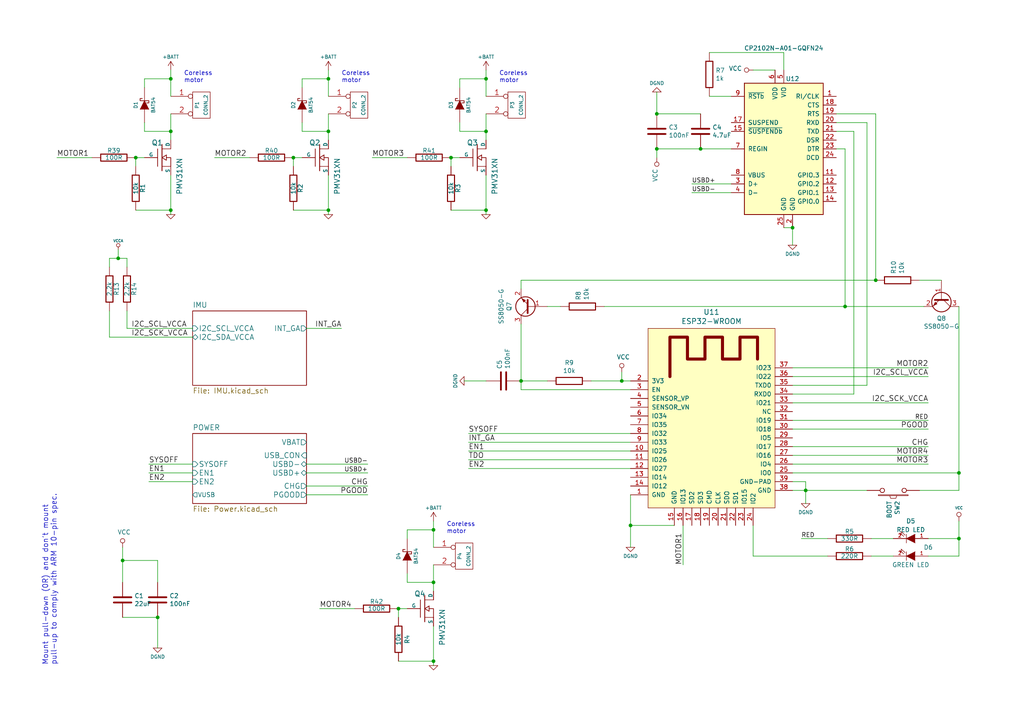
<source format=kicad_sch>
(kicad_sch (version 20211123) (generator eeschema)
  (paper "A4")
  (title_block (title "Crazyflie control board") (date "2020-05-12") (rev "2.1") (company "Bitcraze AB (CC BY-NC-SA)"))
  (lib_symbols
    (symbol "Crazyflie-contol-board-rescue:+BATT-power" (power) (pin_names (offset 0))
      (property "Value" "+BATT-power" (at 0 3.556 0))
      (symbol "+BATT-power_0_1"
        (polyline (pts (xy -0.762 1.27) (xy 0 2.54)))
        (polyline (pts (xy 0 0) (xy 0 2.54)))
        (polyline (pts (xy 0 2.54) (xy 0.762 1.27)))
      )
      (symbol "+BATT-power_1_1"
        (pin power_in line (at 0 0 90) (length 0) hide (name "+BATT") (number "1"))
      )
    )
    (symbol "Crazyflie-contol-board-rescue:BC817-Transistor_BJT" (pin_names (offset 0) hide)
      (property "Reference" "Q" (at 5.08 1.905 0))
      (property "Value" "BC817-Transistor_BJT" (at 5.08 0 0))
      (symbol "BC817-Transistor_BJT_0_1"
        (polyline (pts (xy 0.635 0.635) (xy 2.54 2.54)))
        (polyline (pts (xy 0.635 -0.635) (xy 2.54 -2.54) (xy 2.54 -2.54)))
        (polyline (pts (xy 0.635 1.905) (xy 0.635 -1.905) (xy 0.635 -1.905)) (stroke (width 0.508)))
        (polyline (pts (xy 1.27 -1.778) (xy 1.778 -1.27) (xy 2.286 -2.286) (xy 1.27 -1.778) (xy 1.27 -1.778)) (fill (type outline)))
        (circle (center 1.27 0) (radius 2.8194) (stroke (width 0.254)))
      )
      (symbol "BC817-Transistor_BJT_1_1"
        (pin input line (at -5.08 0 0) (length 5.715) (name "B") (number "1"))
        (pin passive line (at 2.54 -5.08 90) (length 2.54) (name "E") (number "2"))
        (pin passive line (at 2.54 5.08 270) (length 2.54) (name "C") (number "3"))
      )
    )
    (symbol "Crazyflie-contol-board-rescue:C-Crazyflie-contol-board-rescue" (pin_numbers hide) (pin_names (offset 0.254))
      (property "Reference" "C" (at 1.27 2.54 0))
      (property "Value" "C-Crazyflie-contol-board-rescue" (at 1.27 -2.54 0))
      (symbol "C-Crazyflie-contol-board-rescue_0_1"
        (polyline (pts (xy -2.54 -0.762) (xy 2.54 -0.762)) (stroke (width 0.508)))
        (polyline (pts (xy -2.54 0.762) (xy 2.54 0.762)) (stroke (width 0.508)))
      )
      (symbol "C-Crazyflie-contol-board-rescue_1_1"
        (pin passive line (at 0 5.08 270) (length 4.318) (name "~") (number "1"))
        (pin passive line (at 0 -5.08 90) (length 4.318) (name "~") (number "2"))
      )
    )
    (symbol "Crazyflie-contol-board-rescue:CONN_2-Crazyflie-contol-board-rescue" (pin_names (offset 1.016) hide)
      (property "Reference" "P" (at -1.27 0 90))
      (property "Value" "CONN_2-Crazyflie-contol-board-rescue" (at 1.27 0 90))
      (symbol "CONN_2-Crazyflie-contol-board-rescue_0_1"
        (rectangle (start -2.54 3.81) (end 2.54 -3.81))
      )
      (symbol "CONN_2-Crazyflie-contol-board-rescue_1_1"
        (pin passive inverted (at -8.89 2.54 0) (length 6.35) (name "P1") (number "1"))
        (pin passive inverted (at -8.89 -2.54 0) (length 6.35) (name "PM") (number "2"))
      )
    )
    (symbol "Crazyflie-contol-board-rescue:CP2102N-A01-GQFN24-Interface_USB" (pin_names (offset 1.016))
      (property "Reference" "U" (at -5.08 22.225 0))
      (property "Value" "CP2102N-A01-GQFN24-Interface_USB" (at -5.08 20.32 0))
      (symbol "CP2102N-A01-GQFN24-Interface_USB_0_1"
        (rectangle (start -11.43 19.05) (end 11.43 -19.05) (stroke (width 0.254)) (fill (type background)))
      )
      (symbol "CP2102N-A01-GQFN24-Interface_USB_1_1"
        (pin bidirectional line (at 15.24 15.24 180) (length 3.81) (name "RI/CLK") (number "1"))
        (pin no_connect line (at 10.16 -22.86 90) (length 3.81) hide (name "NC") (number "10"))
        (pin bidirectional line (at 15.24 -7.62 180) (length 3.81) (name "GPIO.3") (number "11"))
        (pin bidirectional line (at 15.24 -10.16 180) (length 3.81) (name "GPIO.2") (number "12"))
        (pin bidirectional line (at 15.24 -12.7 180) (length 3.81) (name "GPIO.1") (number "13"))
        (pin bidirectional line (at 15.24 -15.24 180) (length 3.81) (name "GPIO.0") (number "14"))
        (pin output line (at -15.24 5.08 0) (length 3.81) (name "~{SUSPENDb}") (number "15"))
        (pin no_connect line (at 7.62 -22.86 90) (length 3.81) hide (name "NC") (number "16"))
        (pin output line (at -15.24 7.62 0) (length 3.81) (name "SUSPEND") (number "17"))
        (pin input line (at 15.24 12.7 180) (length 3.81) (name "CTS") (number "18"))
        (pin output line (at 15.24 10.16 180) (length 3.81) (name "RTS") (number "19"))
        (pin power_in line (at 2.54 -22.86 90) (length 3.81) (name "GND") (number "2"))
        (pin input line (at 15.24 7.62 180) (length 3.81) (name "RXD") (number "20"))
        (pin output line (at 15.24 5.08 180) (length 3.81) (name "TXD") (number "21"))
        (pin input line (at 15.24 2.54 180) (length 3.81) (name "DSR") (number "22"))
        (pin output line (at 15.24 0 180) (length 3.81) (name "DTR") (number "23"))
        (pin input line (at 15.24 -2.54 180) (length 3.81) (name "DCD") (number "24"))
        (pin power_in line (at 0 -22.86 90) (length 3.81) (name "GND") (number "25"))
        (pin bidirectional line (at -15.24 -10.16 0) (length 3.81) (name "D+") (number "3"))
        (pin bidirectional line (at -15.24 -12.7 0) (length 3.81) (name "D-") (number "4"))
        (pin power_in line (at 0 22.86 270) (length 3.81) (name "VIO") (number "5"))
        (pin power_in line (at -2.54 22.86 270) (length 3.81) (name "VDD") (number "6"))
        (pin power_in line (at -15.24 0 0) (length 3.81) (name "REGIN") (number "7"))
        (pin input line (at -15.24 -7.62 0) (length 3.81) (name "VBUS") (number "8"))
        (pin input line (at -15.24 15.24 0) (length 3.81) (name "~{RSTb}") (number "9"))
      )
    )
    (symbol "Crazyflie-contol-board-rescue:DGND-Crazyflie-contol-board-rescue" (power) (pin_names (offset 1.016))
      (property "Value" "DGND-Crazyflie-contol-board-rescue" (at 0 -1.778 0))
      (symbol "DGND-Crazyflie-contol-board-rescue_0_1"
        (polyline (pts (xy -1.27 0) (xy 0 -1.27) (xy 1.27 0) (xy -1.27 0)))
      )
      (symbol "DGND-Crazyflie-contol-board-rescue_1_1"
        (pin power_in line (at 0 0 90) (length 0) hide (name "DGND") (number "1"))
      )
    )
    (symbol "Crazyflie-contol-board-rescue:DIODESCH-Crazyflie-contol-board-rescue" (pin_numbers hide) (pin_names (offset 1.016) hide)
      (property "Reference" "D" (at 0 2.54 0))
      (property "Value" "DIODESCH-Crazyflie-contol-board-rescue" (at 0 -2.54 0))
      (symbol "DIODESCH-Crazyflie-contol-board-rescue_0_1"
        (polyline (pts (xy -1.27 1.27) (xy 1.27 0) (xy -1.27 -1.27)) (fill (type outline)))
        (polyline (pts (xy 1.905 0.635) (xy 1.905 1.27) (xy 1.27 1.27) (xy 1.27 -1.27) (xy 0.635 -1.27) (xy 0.635 -0.635)) (stroke (width 0.2032)))
      )
      (symbol "DIODESCH-Crazyflie-contol-board-rescue_1_1"
        (pin passive line (at -5.08 0 0) (length 3.81) (name "A") (number "1"))
        (pin passive line (at 5.08 0 180) (length 3.81) (name "K") (number "2"))
      )
    )
    (symbol "Crazyflie-contol-board-rescue:ESP32-WROOM-ESP32-footprints-Shem-Lib" (pin_names (offset 1.016))
      (property "Reference" "U" (at -17.78 31.75 0))
      (property "Value" "ESP32-WROOM-ESP32-footprints-Shem-Lib" (at 12.7 31.75 0))
      (symbol "ESP32-WROOM-ESP32-footprints-Shem-Lib_0_1"
        (rectangle (start -19.05 30.48) (end 17.78 -21.59) (fill (type background)))
        (polyline (pts (xy -12.7 16.51) (xy -12.7 27.94) (xy -7.62 27.94) (xy -7.62 21.59) (xy -2.54 21.59) (xy -2.54 27.94) (xy 2.54 27.94) (xy 2.54 21.59) (xy 7.62 21.59) (xy 7.62 27.94) (xy 12.7 27.94) (xy 12.7 21.59)) (stroke (width 0.889)))
      )
      (symbol "ESP32-WROOM-ESP32-footprints-Shem-Lib_1_1"
        (pin input line (at -24.13 -17.78 0) (length 5.08) (name "GND") (number "1"))
        (pin input line (at -24.13 -5.08 0) (length 5.08) (name "IO25") (number "10"))
        (pin input line (at -24.13 -7.62 0) (length 5.08) (name "IO26") (number "11"))
        (pin input line (at -24.13 -10.16 0) (length 5.08) (name "IO27") (number "12"))
        (pin input line (at -24.13 -12.7 0) (length 5.08) (name "IO14") (number "13"))
        (pin input line (at -24.13 -15.24 0) (length 5.08) (name "IO12") (number "14"))
        (pin input line (at -11.43 -26.67 90) (length 5.08) (name "GND") (number "15"))
        (pin input line (at -8.89 -26.67 90) (length 5.08) (name "IO13") (number "16"))
        (pin input line (at -6.35 -26.67 90) (length 5.08) (name "SD2") (number "17"))
        (pin input line (at -3.81 -26.67 90) (length 5.08) (name "SD3") (number "18"))
        (pin input line (at -1.27 -26.67 90) (length 5.08) (name "CMD") (number "19"))
        (pin input line (at -24.13 15.24 0) (length 5.08) (name "3V3") (number "2"))
        (pin input line (at 1.27 -26.67 90) (length 5.08) (name "CLK") (number "20"))
        (pin input line (at 3.81 -26.67 90) (length 5.08) (name "SDO") (number "21"))
        (pin input line (at 6.35 -26.67 90) (length 5.08) (name "SD1") (number "22"))
        (pin input line (at 8.89 -26.67 90) (length 5.08) (name "IO15") (number "23"))
        (pin input line (at 11.43 -26.67 90) (length 5.08) (name "IO2") (number "24"))
        (pin input line (at 22.86 -11.43 180) (length 5.08) (name "IO0") (number "25"))
        (pin input line (at 22.86 -8.89 180) (length 5.08) (name "IO4") (number "26"))
        (pin input line (at 22.86 -6.35 180) (length 5.08) (name "IO16") (number "27"))
        (pin input line (at 22.86 -3.81 180) (length 5.08) (name "IO17") (number "28"))
        (pin input line (at 22.86 -1.27 180) (length 5.08) (name "IO5") (number "29"))
        (pin input line (at -24.13 12.7 0) (length 5.08) (name "EN") (number "3"))
        (pin input line (at 22.86 1.27 180) (length 5.08) (name "IO18") (number "30"))
        (pin input line (at 22.86 3.81 180) (length 5.08) (name "IO19") (number "31"))
        (pin input line (at 22.86 6.35 180) (length 5.08) (name "NC") (number "32"))
        (pin input line (at 22.86 8.89 180) (length 5.08) (name "IO21") (number "33"))
        (pin input line (at 22.86 11.43 180) (length 5.08) (name "RXD0") (number "34"))
        (pin input line (at 22.86 13.97 180) (length 5.08) (name "TXD0") (number "35"))
        (pin input line (at 22.86 16.51 180) (length 5.08) (name "IO22") (number "36"))
        (pin input line (at 22.86 19.05 180) (length 5.08) (name "IO23") (number "37"))
        (pin input line (at 22.86 -16.51 180) (length 5.08) (name "GND") (number "38"))
        (pin input line (at 22.86 -13.97 180) (length 5.08) (name "GND-PAD") (number "39"))
        (pin input line (at -24.13 10.16 0) (length 5.08) (name "SENSOR_VP") (number "4"))
        (pin input line (at -24.13 7.62 0) (length 5.08) (name "SENSOR_VN") (number "5"))
        (pin input line (at -24.13 5.08 0) (length 5.08) (name "IO34") (number "6"))
        (pin input line (at -24.13 2.54 0) (length 5.08) (name "IO35") (number "7"))
        (pin input line (at -24.13 0 0) (length 5.08) (name "IO32") (number "8"))
        (pin input line (at -24.13 -2.54 0) (length 5.08) (name "IO33") (number "9"))
      )
    )
    (symbol "Crazyflie-contol-board-rescue:GND-Crazyflie-contol-board-rescue" (power) (pin_names (offset 0))
      (symbol "GND-Crazyflie-contol-board-rescue_0_1"
        (polyline (pts (xy -1.27 0) (xy 0 -1.27) (xy 1.27 0) (xy -1.27 0)))
      )
      (symbol "GND-Crazyflie-contol-board-rescue_1_1"
        (pin power_in line (at 0 0 90) (length 0) hide (name "GND") (number "1"))
      )
    )
    (symbol "Crazyflie-contol-board-rescue:LED-Crazyflie-contol-board-rescue" (pin_names (offset 1.016) hide)
      (property "Reference" "D" (at 0 2.54 0))
      (property "Value" "LED-Crazyflie-contol-board-rescue" (at 0 -2.54 0))
      (symbol "LED-Crazyflie-contol-board-rescue_0_1"
        (polyline (pts (xy 1.27 1.27) (xy 1.27 -1.27)))
        (polyline (pts (xy -1.27 1.27) (xy 1.27 0) (xy -1.27 -1.27)) (fill (type outline)))
        (polyline (pts (xy 1.651 -1.016) (xy 2.794 -2.032) (xy 2.667 -1.397)))
        (polyline (pts (xy 2.032 -0.635) (xy 3.175 -1.651) (xy 3.048 -1.016)))
      )
      (symbol "LED-Crazyflie-contol-board-rescue_1_1"
        (pin passive line (at -5.08 0 0) (length 3.81) (name "A") (number "1"))
        (pin passive line (at 5.08 0 180) (length 3.81) (name "K") (number "2"))
      )
    )
    (symbol "Crazyflie-contol-board-rescue:MOSFET_N-Crazyflie-contol-board-rescue" (pin_numbers hide) (pin_names (offset 0))
      (property "Reference" "Q" (at 0.254 4.318 0))
      (property "Value" "MOSFET_N-Crazyflie-contol-board-rescue" (at 0.254 -3.81 0))
      (symbol "MOSFET_N-Crazyflie-contol-board-rescue_0_1"
        (polyline (pts (xy -1.27 -2.54) (xy -1.27 2.54)) (stroke (width 0.2032)))
        (polyline (pts (xy 0 -3.81) (xy 0 3.81)) (stroke (width 0.254)))
        (polyline (pts (xy 2.54 -2.54) (xy 0 -2.54)))
        (polyline (pts (xy 2.54 2.54) (xy 0 2.54)))
        (polyline (pts (xy 2.54 -2.54) (xy 2.54 0) (xy 1.27 0)) (stroke (width 0.2032)))
        (polyline (pts (xy 1.27 0.762) (xy 1.27 -0.762) (xy 0 0) (xy 1.27 0.762) (xy 1.27 0.762)) (stroke (width 0.2032)))
      )
      (symbol "MOSFET_N-Crazyflie-contol-board-rescue_1_1"
        (pin passive line (at 2.54 5.08 270) (length 2.54) (name "D") (number "D"))
        (pin input line (at -5.08 0 0) (length 3.81) (name "G") (number "G"))
        (pin passive line (at 2.54 -5.08 90) (length 2.54) (name "S") (number "S"))
      )
    )
    (symbol "Crazyflie-contol-board-rescue:R-Crazyflie-contol-board-rescue" (pin_numbers hide) (pin_names (offset 0))
      (property "Reference" "R" (at 2.032 0 90))
      (property "Value" "R-Crazyflie-contol-board-rescue" (at 0 0 90))
      (symbol "R-Crazyflie-contol-board-rescue_0_1"
        (rectangle (start -1.016 3.81) (end 1.016 -3.81) (stroke (width 0.3048)))
      )
      (symbol "R-Crazyflie-contol-board-rescue_1_1"
        (pin passive line (at 0 6.35 270) (length 2.54) (name "~") (number "1"))
        (pin passive line (at 0 -6.35 90) (length 2.54) (name "~") (number "2"))
      )
    )
    (symbol "Crazyflie-contol-board-rescue:SW_PUSH-Crazyflie-contol-board-rescue" (pin_numbers hide) (pin_names (offset 1.016) hide)
      (property "Reference" "SW" (at 3.81 2.794 0))
      (property "Value" "SW_PUSH-Crazyflie-contol-board-rescue" (at 0 -2.032 0))
      (symbol "SW_PUSH-Crazyflie-contol-board-rescue_0_1"
        (rectangle (start -4.318 1.27) (end 4.318 1.524))
        (polyline (pts (xy -1.016 1.524) (xy -0.762 2.286) (xy 0.762 2.286) (xy 1.016 1.524)))
        (pin passive inverted (at -7.62 0 0) (length 5.08) (name "1") (number "1"))
        (pin passive inverted (at 7.62 0 180) (length 5.08) (name "2") (number "2"))
      )
    )
    (symbol "Crazyflie-contol-board-rescue:VCC-power" (power) (pin_names (offset 0))
      (property "Value" "VCC-power" (at 0 3.81 0))
      (symbol "VCC-power_0_1"
        (polyline (pts (xy 0 0) (xy 0 1.27)))
        (circle (center 0 1.905) (radius 0.635))
      )
      (symbol "VCC-power_1_1"
        (pin power_in line (at 0 0 90) (length 0) hide (name "VCC") (number "1"))
      )
    )
    (symbol "Crazyflie-contol-board-rescue:VCCA-Crazyflie-contol-board-rescue" (power) (pin_names (offset 0))
      (property "Value" "VCCA-Crazyflie-contol-board-rescue" (at 0 2.54 0))
      (symbol "VCCA-Crazyflie-contol-board-rescue_0_0"
        (pin power_in line (at 0 0 90) (length 0) hide (name "VCCA") (number "1"))
      )
      (symbol "VCCA-Crazyflie-contol-board-rescue_0_1"
        (polyline (pts (xy 0 0) (xy 0 0.762) (xy 0 0.762)))
        (circle (center 0 1.27) (radius 0.508))
      )
    )
  )
  (junction (at 182.88 152.4))
  (junction (at 245.11 88.9))
  (junction (at 49.53 60.96))
  (junction (at 151.13 110.49))
  (junction (at 203.2 43.18))
  (junction (at 278.13 137.16))
  (junction (at 140.97 60.96))
  (junction (at 85.09 45.72))
  (junction (at 278.13 156.21))
  (junction (at 140.97 22.86))
  (junction (at 233.68 142.24))
  (junction (at 34.29 74.93))
  (junction (at 190.5 33.02))
  (junction (at 125.73 153.67))
  (junction (at 45.72 179.07))
  (junction (at 49.53 22.86))
  (junction (at 49.53 38.1))
  (junction (at 140.97 38.1))
  (junction (at 229.87 66.04))
  (junction (at 125.73 168.91))
  (junction (at 125.73 191.77))
  (junction (at 130.81 45.72))
  (junction (at 190.5 43.18))
  (junction (at 115.57 176.53))
  (junction (at 254 81.28))
  (junction (at 95.25 22.86))
  (junction (at 95.25 38.1))
  (junction (at 95.25 60.96))
  (junction (at 180.34 110.49))
  (junction (at 35.56 162.56))
  (junction (at 39.37 45.72))
  (wire (pts (xy 242.57 38.1) (xy 247.65 38.1)))
  (wire (pts (xy 49.53 40.64) (xy 49.53 38.1)))
  (wire (pts (xy 88.9 134.62) (xy 106.68 134.62)))
  (wire (pts (xy 135.89 130.81) (xy 182.88 130.81)))
  (wire (pts (xy 227.33 66.04) (xy 229.87 66.04)))
  (wire (pts (xy 31.75 90.17) (xy 31.75 97.79)))
  (wire (pts (xy 125.73 158.75) (xy 125.73 153.67)))
  (wire (pts (xy 229.87 109.22) (xy 269.24 109.22)))
  (wire (pts (xy 49.53 22.86) (xy 49.53 27.94)))
  (wire (pts (xy 254 81.28) (xy 151.13 81.28)))
  (wire (pts (xy 218.44 20.32) (xy 224.79 20.32)))
  (wire (pts (xy 133.35 25.4) (xy 133.35 22.86)))
  (wire (pts (xy 35.56 158.75) (xy 35.56 162.56)))
  (wire (pts (xy 254 33.02) (xy 254 81.28)))
  (wire (pts (xy 140.97 27.94) (xy 140.97 22.86)))
  (wire (pts (xy 171.45 110.49) (xy 180.34 110.49)))
  (wire (pts (xy 118.11 153.67) (xy 125.73 153.67)))
  (wire (pts (xy 151.13 113.03) (xy 182.88 113.03)))
  (wire (pts (xy 227.33 15.24) (xy 227.33 20.32)))
  (wire (pts (xy 190.5 45.72) (xy 190.5 43.18)))
  (wire (pts (xy 180.34 107.95) (xy 180.34 110.49)))
  (wire (pts (xy 233.68 142.24) (xy 233.68 146.05)))
  (wire (pts (xy 62.23 45.72) (xy 72.39 45.72)))
  (wire (pts (xy 151.13 110.49) (xy 151.13 113.03)))
  (wire (pts (xy 125.73 163.83) (xy 125.73 168.91)))
  (wire (pts (xy 251.46 111.76) (xy 229.87 111.76)))
  (wire (pts (xy 229.87 142.24) (xy 233.68 142.24)))
  (wire (pts (xy 41.91 38.1) (xy 41.91 35.56)))
  (wire (pts (xy 39.37 60.96) (xy 49.53 60.96)))
  (wire (pts (xy 41.91 25.4) (xy 41.91 22.86)))
  (wire (pts (xy 158.75 88.9) (xy 162.56 88.9)))
  (wire (pts (xy 36.83 74.93) (xy 36.83 77.47)))
  (wire (pts (xy 45.72 162.56) (xy 35.56 162.56)))
  (wire (pts (xy 87.63 38.1) (xy 95.25 38.1)))
  (wire (pts (xy 34.29 72.39) (xy 34.29 74.93)))
  (wire (pts (xy 36.83 95.25) (xy 55.88 95.25)))
  (wire (pts (xy 95.25 33.02) (xy 95.25 38.1)))
  (wire (pts (xy 49.53 60.96) (xy 49.53 62.23)))
  (wire (pts (xy 39.37 45.72) (xy 39.37 48.26)))
  (wire (pts (xy 232.41 156.21) (xy 240.03 156.21)))
  (wire (pts (xy 205.74 27.94) (xy 212.09 27.94)))
  (wire (pts (xy 233.68 142.24) (xy 251.46 142.24)))
  (wire (pts (xy 133.35 38.1) (xy 133.35 35.56)))
  (wire (pts (xy 269.24 161.29) (xy 278.13 161.29)))
  (wire (pts (xy 95.25 38.1) (xy 95.25 40.64)))
  (wire (pts (xy 229.87 139.7) (xy 233.68 139.7)))
  (wire (pts (xy 190.5 33.02) (xy 203.2 33.02)))
  (wire (pts (xy 125.73 181.61) (xy 125.73 191.77)))
  (wire (pts (xy 278.13 142.24) (xy 278.13 137.16)))
  (wire (pts (xy 87.63 45.72) (xy 85.09 45.72)))
  (wire (pts (xy 26.67 45.72) (xy 16.51 45.72)))
  (wire (pts (xy 36.83 90.17) (xy 36.83 95.25)))
  (wire (pts (xy 87.63 35.56) (xy 87.63 38.1)))
  (wire (pts (xy 240.03 161.29) (xy 218.44 161.29)))
  (wire (pts (xy 31.75 97.79) (xy 55.88 97.79)))
  (wire (pts (xy 203.2 43.18) (xy 212.09 43.18)))
  (wire (pts (xy 85.09 45.72) (xy 85.09 48.26)))
  (wire (pts (xy 229.87 124.46) (xy 269.24 124.46)))
  (wire (pts (xy 133.35 22.86) (xy 140.97 22.86)))
  (wire (pts (xy 190.5 43.18) (xy 203.2 43.18)))
  (wire (pts (xy 134.62 110.49) (xy 140.97 110.49)))
  (wire (pts (xy 278.13 88.9) (xy 278.13 137.16)))
  (wire (pts (xy 218.44 161.29) (xy 218.44 152.4)))
  (wire (pts (xy 41.91 22.86) (xy 49.53 22.86)))
  (wire (pts (xy 125.73 153.67) (xy 125.73 151.13)))
  (wire (pts (xy 229.87 116.84) (xy 269.24 116.84)))
  (wire (pts (xy 118.11 156.21) (xy 118.11 153.67)))
  (wire (pts (xy 182.88 143.51) (xy 182.88 152.4)))
  (wire (pts (xy 229.87 134.62) (xy 269.24 134.62)))
  (wire (pts (xy 200.66 55.88) (xy 212.09 55.88)))
  (wire (pts (xy 205.74 15.24) (xy 227.33 15.24)))
  (wire (pts (xy 245.11 43.18) (xy 245.11 88.9)))
  (wire (pts (xy 269.24 156.21) (xy 278.13 156.21)))
  (wire (pts (xy 118.11 168.91) (xy 125.73 168.91)))
  (wire (pts (xy 151.13 110.49) (xy 158.75 110.49)))
  (wire (pts (xy 247.65 38.1) (xy 247.65 114.3)))
  (wire (pts (xy 35.56 179.07) (xy 45.72 179.07)))
  (wire (pts (xy 99.06 95.25) (xy 88.9 95.25)))
  (wire (pts (xy 278.13 161.29) (xy 278.13 156.21)))
  (wire (pts (xy 107.95 45.72) (xy 118.11 45.72)))
  (wire (pts (xy 245.11 43.18) (xy 242.57 43.18)))
  (wire (pts (xy 229.87 106.68) (xy 269.24 106.68)))
  (wire (pts (xy 151.13 93.98) (xy 151.13 110.49)))
  (wire (pts (xy 125.73 191.77) (xy 125.73 193.04)))
  (wire (pts (xy 200.66 53.34) (xy 212.09 53.34)))
  (wire (pts (xy 175.26 88.9) (xy 245.11 88.9)))
  (wire (pts (xy 266.7 142.24) (xy 278.13 142.24)))
  (wire (pts (xy 247.65 114.3) (xy 229.87 114.3)))
  (wire (pts (xy 135.89 128.27) (xy 182.88 128.27)))
  (wire (pts (xy 229.87 66.04) (xy 229.87 71.12)))
  (wire (pts (xy 118.11 166.37) (xy 118.11 168.91)))
  (wire (pts (xy 135.89 133.35) (xy 182.88 133.35)))
  (wire (pts (xy 198.12 152.4) (xy 198.12 163.83)))
  (wire (pts (xy 252.73 156.21) (xy 259.08 156.21)))
  (wire (pts (xy 85.09 60.96) (xy 95.25 60.96)))
  (wire (pts (xy 229.87 129.54) (xy 269.24 129.54)))
  (wire (pts (xy 229.87 121.92) (xy 269.24 121.92)))
  (wire (pts (xy 49.53 38.1) (xy 41.91 38.1)))
  (wire (pts (xy 251.46 35.56) (xy 251.46 111.76)))
  (wire (pts (xy 49.53 20.32) (xy 49.53 22.86)))
  (wire (pts (xy 140.97 50.8) (xy 140.97 60.96)))
  (wire (pts (xy 31.75 74.93) (xy 34.29 74.93)))
  (wire (pts (xy 95.25 50.8) (xy 95.25 60.96)))
  (wire (pts (xy 95.25 22.86) (xy 95.25 20.32)))
  (wire (pts (xy 229.87 137.16) (xy 278.13 137.16)))
  (wire (pts (xy 135.89 135.89) (xy 182.88 135.89)))
  (wire (pts (xy 55.88 139.7) (xy 43.18 139.7)))
  (wire (pts (xy 45.72 187.96) (xy 45.72 179.07)))
  (wire (pts (xy 140.97 33.02) (xy 140.97 38.1)))
  (wire (pts (xy 182.88 158.75) (xy 182.88 152.4)))
  (wire (pts (xy 49.53 50.8) (xy 49.53 60.96)))
  (wire (pts (xy 140.97 60.96) (xy 140.97 62.23)))
  (wire (pts (xy 87.63 25.4) (xy 87.63 22.86)))
  (wire (pts (xy 55.88 134.62) (xy 43.18 134.62)))
  (wire (pts (xy 88.9 137.16) (xy 106.68 137.16)))
  (wire (pts (xy 273.05 81.28) (xy 266.7 81.28)))
  (wire (pts (xy 130.81 48.26) (xy 130.81 45.72)))
  (wire (pts (xy 87.63 22.86) (xy 95.25 22.86)))
  (wire (pts (xy 233.68 139.7) (xy 233.68 142.24)))
  (wire (pts (xy 125.73 168.91) (xy 125.73 171.45)))
  (wire (pts (xy 180.34 110.49) (xy 182.88 110.49)))
  (wire (pts (xy 229.87 132.08) (xy 269.24 132.08)))
  (wire (pts (xy 245.11 88.9) (xy 267.97 88.9)))
  (wire (pts (xy 95.25 60.96) (xy 95.25 62.23)))
  (wire (pts (xy 242.57 35.56) (xy 251.46 35.56)))
  (wire (pts (xy 278.13 156.21) (xy 278.13 151.13)))
  (wire (pts (xy 35.56 162.56) (xy 35.56 168.91)))
  (wire (pts (xy 55.88 137.16) (xy 43.18 137.16)))
  (wire (pts (xy 88.9 143.51) (xy 106.68 143.51)))
  (wire (pts (xy 115.57 179.07) (xy 115.57 176.53)))
  (wire (pts (xy 252.73 161.29) (xy 259.08 161.29)))
  (wire (pts (xy 254 33.02) (xy 242.57 33.02)))
  (wire (pts (xy 95.25 27.94) (xy 95.25 22.86)))
  (wire (pts (xy 88.9 140.97) (xy 106.68 140.97)))
  (wire (pts (xy 34.29 74.93) (xy 36.83 74.93)))
  (wire (pts (xy 45.72 168.91) (xy 45.72 162.56)))
  (wire (pts (xy 130.81 45.72) (xy 133.35 45.72)))
  (wire (pts (xy 31.75 77.47) (xy 31.75 74.93)))
  (wire (pts (xy 92.71 176.53) (xy 102.87 176.53)))
  (wire (pts (xy 140.97 38.1) (xy 133.35 38.1)))
  (wire (pts (xy 130.81 60.96) (xy 140.97 60.96)))
  (wire (pts (xy 115.57 191.77) (xy 125.73 191.77)))
  (wire (pts (xy 182.88 152.4) (xy 195.58 152.4)))
  (wire (pts (xy 41.91 45.72) (xy 39.37 45.72)))
  (wire (pts (xy 49.53 38.1) (xy 49.53 33.02)))
  (wire (pts (xy 140.97 22.86) (xy 140.97 20.32)))
  (wire (pts (xy 115.57 176.53) (xy 118.11 176.53)))
  (wire (pts (xy 140.97 38.1) (xy 140.97 40.64)))
  (wire (pts (xy 135.89 125.73) (xy 182.88 125.73)))
  (wire (pts (xy 151.13 81.28) (xy 151.13 83.82)))
  (wire (pts (xy 190.5 26.67) (xy 190.5 33.02)))
  (text "Coreless\nmotor" (at 144.78 24.13 0) (effects (font (size 1.27 1.27)) (justify left bottom)))
  (text "Mount pull-down (0R) and don't mount \npull-up to comply with ARM 10-pin spec." (at 16.51 193.04 90) (effects (font (size 1.524 1.524)) (justify left bottom)))
  (text "Coreless\nmotor" (at 53.34 24.13 0) (effects (font (size 1.27 1.27)) (justify left bottom)))
  (text "Coreless\nmotor" (at 99.06 24.13 0) (effects (font (size 1.27 1.27)) (justify left bottom)))
  (text "Coreless\nmotor" (at 129.54 154.94 0) (effects (font (size 1.27 1.27)) (justify left bottom)))
  (label "I2C_SCK_VCCA" (at 38.1 97.79 0) (effects (font (size 1.524 1.524))))
  (label "I2C_SCL_VCCA" (at 38.1 95.25 0) (effects (font (size 1.524 1.524))))
  (label "MOTOR3" (at 269.24 134.62 180) (effects (font (size 1.524 1.524))))
  (label "EN2" (at 43.18 139.7 0) (effects (font (size 1.524 1.524))))
  (label "MOTOR1" (at 16.51 45.72 0) (effects (font (size 1.524 1.524))))
  (label "SYSOFF" (at 135.89 125.73 0) (effects (font (size 1.524 1.524))))
  (label "CHG" (at 106.68 140.97 180) (effects (font (size 1.524 1.524))))
  (label "USBD+" (at 106.68 137.16 180))
  (label "RED" (at 269.24 121.92 180))
  (label "USBD+" (at 200.66 53.34 0))
  (label "RED" (at 232.41 156.21 0))
  (label "USBD-" (at 106.68 134.62 180))
  (label "EN1" (at 135.89 130.81 0) (effects (font (size 1.524 1.524))))
  (label "USBD-" (at 200.66 55.88 0))
  (label "MOTOR2" (at 269.24 106.68 180) (effects (font (size 1.524 1.524))))
  (label "MOTOR2" (at 62.23 45.72 0) (effects (font (size 1.524 1.524))))
  (label "MOTOR4" (at 92.71 176.53 0) (effects (font (size 1.524 1.524))))
  (label "EN1" (at 43.18 137.16 0) (effects (font (size 1.524 1.524))))
  (label "PGOOD" (at 269.24 124.46 180) (effects (font (size 1.524 1.524))))
  (label "MOTOR1" (at 198.12 163.83 90) (effects (font (size 1.524 1.524))))
  (label "I2C_SCK_VCCA" (at 269.24 116.84 180) (effects (font (size 1.524 1.524))))
  (label "INT_GA" (at 135.89 128.27 0) (effects (font (size 1.524 1.524))))
  (label "PGOOD" (at 106.68 143.51 180) (effects (font (size 1.524 1.524))))
  (label "CHG" (at 269.24 129.54 180) (effects (font (size 1.524 1.524))))
  (label "EN2" (at 135.89 135.89 0) (effects (font (size 1.524 1.524))))
  (label "INT_GA" (at 99.06 95.25 180) (effects (font (size 1.524 1.524))))
  (label "SYSOFF" (at 43.18 134.62 0) (effects (font (size 1.524 1.524))))
  (label "MOTOR3" (at 107.95 45.72 0) (effects (font (size 1.524 1.524))))
  (label "MOTOR4" (at 269.24 132.08 180) (effects (font (size 1.524 1.524))))
  (label "TDO" (at 135.89 133.35 0) (effects (font (size 1.524 1.524))))
  (label "I2C_SCL_VCCA" (at 269.24 109.22 180) (effects (font (size 1.524 1.524))))
  (symbol (lib_id "Crazyflie-contol-board-rescue:R-Crazyflie-contol-board-rescue") (at 246.38 161.29 90) (unit 1)
    (property "Reference" "R6" (at 246.38 159.258 90))
    (property "Value" "220R" (at 246.38 161.29 90))
    (property "Footprint" "ESP32-footprints-Lib:0603_new_new" (effects hide))
  )
  (symbol (lib_id "Crazyflie-contol-board-rescue:R-Crazyflie-contol-board-rescue") (at 246.38 156.21 90) (unit 1)
    (property "Reference" "R5" (at 246.38 154.178 90))
    (property "Value" "330R" (at 246.38 156.21 90))
    (property "Footprint" "ESP32-footprints-Lib:0603_new_new" (effects hide))
    (property "Field4" "General" (effects hide))
    (property "Field5" "+/-1%, 0.125W, 25V" (effects hide))
  )
  (symbol (lib_id "Crazyflie-contol-board-rescue:LED-Crazyflie-contol-board-rescue") (at 264.16 161.29 180) (unit 1)
    (property "Reference" "D6" (at 269.24 158.75 0))
    (property "Value" "GREEN LED" (at 264.16 163.83 0))
    (property "Footprint" "SMDLED-0603" (effects hide))
    (property "Field4" "General" (effects hide))
    (property "Field5" "Green, If:20mA, vf:2-2.2V, >40mcd" (effects hide))
  )
  (symbol (lib_id "Crazyflie-contol-board-rescue:LED-Crazyflie-contol-board-rescue") (at 264.16 156.21 180) (unit 1)
    (property "Reference" "D5" (at 264.16 151.13 0))
    (property "Value" "RED LED" (at 264.16 153.67 0))
    (property "Footprint" "SMDLED-0603" (effects hide))
    (property "Field4" "General" (effects hide))
    (property "Field5" "Red, If:20mA, vf:2-2.2V, >40mcd" (effects hide))
  )
  (symbol (lib_id "Crazyflie-contol-board-rescue:VCC-power") (at 278.13 151.13 0) (unit 1)
    (property "Reference" "#PWR021" (effects hide))
    (property "Value" "VCC" (at 278.13 147.32 0) (effects (font (size 0.762 0.762))))
  )
  (symbol (lib_id "Crazyflie-contol-board-rescue:MOSFET_N-Crazyflie-contol-board-rescue") (at 46.99 45.72 0) (unit 1)
    (property "Reference" "Q1" (at 47.244 41.402 0) (effects (font (size 1.524 1.524)) (justify right)))
    (property "Value" "PMV31XN" (at 52.07 45.72 90) (effects (font (size 1.524 1.524)) (justify right)))
    (property "Footprint" "SOT23GDS" (effects hide))
    (property "Field4" "NXP" (effects hide))
    (property "Field5" "PMV31XN" (effects hide))
  )
  (symbol (lib_id "Crazyflie-contol-board-rescue:R-Crazyflie-contol-board-rescue") (at 39.37 54.61 0) (unit 1)
    (property "Reference" "R1" (at 41.402 54.61 90))
    (property "Value" "10k" (at 39.37 54.61 90))
    (property "Footprint" "SM0402" (effects hide))
  )
  (symbol (lib_id "Crazyflie-contol-board-rescue:GND-Crazyflie-contol-board-rescue") (at 49.53 62.23 0) (unit 1)
    (property "Reference" "#PWR011" (effects hide))
    (property "Value" "GND" (effects hide))
  )
  (symbol (lib_id "Crazyflie-contol-board-rescue:+BATT-power") (at 49.53 20.32 0) (unit 1)
    (property "Reference" "#PWR01" (effects hide))
    (property "Value" "+BATT" (at 49.53 16.51 0) (effects (font (size 1.016 1.016))))
  )
  (symbol (lib_id "Crazyflie-contol-board-rescue:DIODESCH-Crazyflie-contol-board-rescue") (at 41.91 30.48 90) (unit 1)
    (property "Reference" "D1" (at 39.37 30.48 0) (effects (font (size 1.016 1.016))))
    (property "Value" "BAT54" (at 44.45 30.48 0) (effects (font (size 1.016 1.016))))
    (property "Footprint" "SOD323" (effects hide))
    (property "Field4" "ST Microelectronics" (effects hide))
    (property "Field5" "BAT54JFILM" (effects hide))
  )
  (symbol (lib_id "Crazyflie-contol-board-rescue:DIODESCH-Crazyflie-contol-board-rescue") (at 87.63 30.48 90) (unit 1)
    (property "Reference" "D2" (at 85.09 30.48 0) (effects (font (size 1.016 1.016))))
    (property "Value" "BAT54" (at 90.17 30.48 0) (effects (font (size 1.016 1.016))))
    (property "Footprint" "SOD323" (effects hide))
  )
  (symbol (lib_id "Crazyflie-contol-board-rescue:+BATT-power") (at 95.25 20.32 0) (unit 1)
    (property "Reference" "#PWR02" (effects hide))
    (property "Value" "+BATT" (at 95.25 16.51 0) (effects (font (size 1.016 1.016))))
  )
  (symbol (lib_id "Crazyflie-contol-board-rescue:GND-Crazyflie-contol-board-rescue") (at 95.25 62.23 0) (unit 1)
    (property "Reference" "#PWR012" (effects hide))
    (property "Value" "GND" (effects hide))
  )
  (symbol (lib_id "Crazyflie-contol-board-rescue:R-Crazyflie-contol-board-rescue") (at 85.09 54.61 0) (unit 1)
    (property "Reference" "R2" (at 87.122 54.61 90))
    (property "Value" "10k" (at 85.09 54.61 90))
    (property "Footprint" "SM0402" (effects hide))
  )
  (symbol (lib_id "Crazyflie-contol-board-rescue:MOSFET_N-Crazyflie-contol-board-rescue") (at 92.71 45.72 0) (unit 1)
    (property "Reference" "Q2" (at 92.964 41.402 0) (effects (font (size 1.524 1.524)) (justify right)))
    (property "Value" "PMV31XN" (at 97.79 45.72 90) (effects (font (size 1.524 1.524)) (justify right)))
    (property "Footprint" "SOT23GDS" (effects hide))
  )
  (symbol (lib_id "Crazyflie-contol-board-rescue:MOSFET_N-Crazyflie-contol-board-rescue") (at 138.43 45.72 0) (unit 1)
    (property "Reference" "Q3" (at 138.684 41.402 0) (effects (font (size 1.524 1.524)) (justify right)))
    (property "Value" "PMV31XN" (at 143.51 45.72 90) (effects (font (size 1.524 1.524)) (justify right)))
    (property "Footprint" "SOT23GDS" (effects hide))
  )
  (symbol (lib_id "Crazyflie-contol-board-rescue:R-Crazyflie-contol-board-rescue") (at 130.81 54.61 0) (unit 1)
    (property "Reference" "R3" (at 132.842 54.61 90))
    (property "Value" "10k" (at 130.81 54.61 90))
    (property "Footprint" "SM0402" (effects hide))
  )
  (symbol (lib_id "Crazyflie-contol-board-rescue:GND-Crazyflie-contol-board-rescue") (at 140.97 62.23 0) (unit 1)
    (property "Reference" "#PWR013" (effects hide))
    (property "Value" "GND" (effects hide))
  )
  (symbol (lib_id "Crazyflie-contol-board-rescue:+BATT-power") (at 140.97 20.32 0) (unit 1)
    (property "Reference" "#PWR03" (effects hide))
    (property "Value" "+BATT" (at 140.97 16.51 0) (effects (font (size 1.016 1.016))))
  )
  (symbol (lib_id "Crazyflie-contol-board-rescue:DIODESCH-Crazyflie-contol-board-rescue") (at 133.35 30.48 90) (unit 1)
    (property "Reference" "D3" (at 130.81 30.48 0) (effects (font (size 1.016 1.016))))
    (property "Value" "BAT54" (at 135.89 30.48 0) (effects (font (size 1.016 1.016))))
    (property "Footprint" "SOD323" (effects hide))
  )
  (symbol (lib_id "Crazyflie-contol-board-rescue:DIODESCH-Crazyflie-contol-board-rescue") (at 118.11 161.29 90) (unit 1)
    (property "Reference" "D4" (at 115.57 161.29 0) (effects (font (size 1.016 1.016))))
    (property "Value" "BAT54" (at 120.65 161.29 0) (effects (font (size 1.016 1.016))))
    (property "Footprint" "SOD323" (effects hide))
  )
  (symbol (lib_id "Crazyflie-contol-board-rescue:+BATT-power") (at 125.73 151.13 0) (unit 1)
    (property "Reference" "#PWR04" (effects hide))
    (property "Value" "+BATT" (at 125.73 147.32 0) (effects (font (size 1.016 1.016))))
  )
  (symbol (lib_id "Crazyflie-contol-board-rescue:GND-Crazyflie-contol-board-rescue") (at 125.73 193.04 0) (unit 1)
    (property "Reference" "#PWR014" (effects hide))
    (property "Value" "GND" (effects hide))
  )
  (symbol (lib_id "Crazyflie-contol-board-rescue:R-Crazyflie-contol-board-rescue") (at 115.57 185.42 0) (unit 1)
    (property "Reference" "R4" (at 118.11 185.42 90))
    (property "Value" "10k" (at 115.57 185.42 90))
    (property "Footprint" "SM0402" (effects hide))
  )
  (symbol (lib_id "Crazyflie-contol-board-rescue:MOSFET_N-Crazyflie-contol-board-rescue") (at 123.19 176.53 0) (unit 1)
    (property "Reference" "Q4" (at 123.444 172.212 0) (effects (font (size 1.524 1.524)) (justify right)))
    (property "Value" "PMV31XN" (at 128.27 176.53 90) (effects (font (size 1.524 1.524)) (justify right)))
    (property "Footprint" "SOT23GDS" (effects hide))
  )
  (symbol (lib_id "Crazyflie-contol-board-rescue:CONN_2-Crazyflie-contol-board-rescue") (at 58.42 30.48 0) (unit 1)
    (property "Reference" "P1" (at 57.15 30.48 90) (effects (font (size 1.016 1.016))))
    (property "Value" "CONN_2" (at 59.69 30.48 90) (effects (font (size 1.016 1.016))))
    (property "Footprint" "PINHEADER_127_2X1" (effects hide))
  )
  (symbol (lib_id "Crazyflie-contol-board-rescue:CONN_2-Crazyflie-contol-board-rescue") (at 104.14 30.48 0) (unit 1)
    (property "Reference" "P2" (at 102.87 30.48 90) (effects (font (size 1.016 1.016))))
    (property "Value" "CONN_2" (at 105.41 30.48 90) (effects (font (size 1.016 1.016))))
    (property "Footprint" "PINHEADER_127_2X1" (effects hide))
  )
  (symbol (lib_id "Crazyflie-contol-board-rescue:CONN_2-Crazyflie-contol-board-rescue") (at 149.86 30.48 0) (unit 1)
    (property "Reference" "P3" (at 148.59 30.48 90) (effects (font (size 1.016 1.016))))
    (property "Value" "CONN_2" (at 151.13 30.48 90) (effects (font (size 1.016 1.016))))
    (property "Footprint" "PINHEADER_127_2X1" (effects hide))
  )
  (symbol (lib_id "Crazyflie-contol-board-rescue:CONN_2-Crazyflie-contol-board-rescue") (at 134.62 161.29 0) (unit 1)
    (property "Reference" "P4" (at 133.35 161.29 90) (effects (font (size 1.016 1.016))))
    (property "Value" "CONN_2" (at 135.89 161.29 90) (effects (font (size 1.016 1.016))))
    (property "Footprint" "PINHEADER_127_2X1" (effects hide))
  )
  (symbol (lib_id "Crazyflie-contol-board-rescue:R-Crazyflie-contol-board-rescue") (at 36.83 83.82 0) (unit 1)
    (property "Reference" "R14" (at 38.862 83.82 90))
    (property "Value" "2.2k" (at 36.83 83.82 90))
    (property "Footprint" "ESP32-footprints-Lib:0603_new_new" (effects hide))
  )
  (symbol (lib_id "Crazyflie-contol-board-rescue:R-Crazyflie-contol-board-rescue") (at 31.75 83.82 0) (unit 1)
    (property "Reference" "R13" (at 33.782 83.82 90))
    (property "Value" "2.2k" (at 31.75 83.82 90))
    (property "Footprint" "ESP32-footprints-Lib:0603_new_new" (effects hide))
  )
  (symbol (lib_id "Crazyflie-contol-board-rescue:VCCA-Crazyflie-contol-board-rescue") (at 34.29 72.39 0) (unit 1)
    (property "Reference" "#PWR05" (effects hide))
    (property "Value" "VCCA" (at 34.29 69.85 0) (effects (font (size 0.762 0.762))))
  )
  (symbol (lib_id "Crazyflie-contol-board-rescue:R-Crazyflie-contol-board-rescue") (at 33.02 45.72 90) (unit 1)
    (property "Reference" "R39" (at 33.02 43.688 90))
    (property "Value" "100R" (at 33.02 45.72 90))
    (property "Footprint" "SM0402" (effects hide))
  )
  (symbol (lib_id "Crazyflie-contol-board-rescue:R-Crazyflie-contol-board-rescue") (at 78.74 45.72 90) (unit 1)
    (property "Reference" "R40" (at 78.74 43.688 90))
    (property "Value" "100R" (at 78.74 45.72 90))
    (property "Footprint" "SM0402" (effects hide))
  )
  (symbol (lib_id "Crazyflie-contol-board-rescue:R-Crazyflie-contol-board-rescue") (at 124.46 45.72 90) (unit 1)
    (property "Reference" "R41" (at 124.46 43.688 90))
    (property "Value" "100R" (at 124.46 45.72 90))
    (property "Footprint" "SM0402" (effects hide))
  )
  (symbol (lib_id "Crazyflie-contol-board-rescue:R-Crazyflie-contol-board-rescue") (at 109.22 176.53 90) (unit 1)
    (property "Reference" "R42" (at 109.22 174.498 90))
    (property "Value" "100R" (at 109.22 176.53 90))
    (property "Footprint" "digikey-footprints:0603" (effects hide))
  )
  (symbol (lib_id "Crazyflie-contol-board-rescue:ESP32-WROOM-ESP32-footprints-Shem-Lib") (at 207.01 125.73 0) (unit 1)
    (property "Reference" "U11" (at 206.375 90.5002 0) (effects (font (size 1.524 1.524))))
    (property "Value" "ESP32-WROOM" (at 206.375 93.1926 0) (effects (font (size 1.524 1.524))))
    (property "Footprint" "ESP32-footprints-Lib:ESP32-WROOM-32_new" (effects hide))
  )
  (symbol (lib_id "Crazyflie-contol-board-rescue:SW_PUSH-Crazyflie-contol-board-rescue") (at 259.08 142.24 180) (unit 1)
    (property "Reference" "SW2" (at 260.2484 145.2372 90) (effects (justify left)))
    (property "Value" "BOOT" (at 257.937 145.2372 90) (effects (justify left)))
    (property "Footprint" "ESP32-footprints-Lib:Switch_Tactile_SMD_B3U-1000P_new_new" (effects hide))
  )
  (symbol (lib_id "Crazyflie-contol-board-rescue:CP2102N-A01-GQFN24-Interface_USB") (at 227.33 43.18 0) (unit 1)
    (property "Reference" "U12" (at 229.87 22.86 0))
    (property "Value" "CP2102N-A01-GQFN24" (at 227.33 13.97 0))
    (property "Footprint" "ESP32-footprints-Lib:QFN-24-1EP_4x4mm_new_new_new" (effects hide))
    (property "Datasheet" "http://www.silabs.com/support%20documents/technicaldocs/cp2102n-datasheet.pdf" (effects hide))
  )
  (symbol (lib_id "Crazyflie-contol-board-rescue:DGND-Crazyflie-contol-board-rescue") (at 182.88 158.75 0) (unit 1)
    (property "Reference" "#PWR0104" (effects hide))
    (property "Value" "DGND" (at 182.88 161.29 0) (effects (font (size 1.016 1.016))))
  )
  (symbol (lib_id "Crazyflie-contol-board-rescue:DGND-Crazyflie-contol-board-rescue") (at 233.68 146.05 0) (unit 1)
    (property "Reference" "#PWR0105" (effects hide))
    (property "Value" "DGND" (at 233.68 148.59 0) (effects (font (size 1.016 1.016))))
  )
  (symbol (lib_id "Crazyflie-contol-board-rescue:VCC-power") (at 180.34 107.95 0) (unit 1)
    (property "Reference" "#PWR0106" (effects hide))
    (property "Value" "VCC" (at 180.7718 103.5558 0))
  )
  (symbol (lib_id "Crazyflie-contol-board-rescue:DGND-Crazyflie-contol-board-rescue") (at 229.87 71.12 0) (unit 1)
    (property "Reference" "#PWR0108" (effects hide))
    (property "Value" "DGND" (at 229.87 73.66 0) (effects (font (size 1.016 1.016))))
  )
  (symbol (lib_id "Crazyflie-contol-board-rescue:VCC-power") (at 218.44 20.32 90) (unit 1)
    (property "Reference" "#PWR0109" (effects hide))
    (property "Value" "VCC" (at 215.2142 19.8628 90) (effects (justify left)))
  )
  (symbol (lib_id "Crazyflie-contol-board-rescue:DGND-Crazyflie-contol-board-rescue") (at 45.72 187.96 0) (unit 1)
    (property "Reference" "#PWR0110" (effects hide))
    (property "Value" "DGND" (at 45.72 190.5 0) (effects (font (size 1.016 1.016))))
  )
  (symbol (lib_id "Crazyflie-contol-board-rescue:C-Crazyflie-contol-board-rescue") (at 35.56 173.99 0) (unit 1)
    (property "Reference" "C1" (at 38.989 172.8216 0) (effects (justify left)))
    (property "Value" "22uF" (at 38.989 175.133 0) (effects (justify left)))
    (property "Footprint" "ESP32-footprints-Lib:0603_new_new" (effects hide))
  )
  (symbol (lib_id "Crazyflie-contol-board-rescue:C-Crazyflie-contol-board-rescue") (at 45.72 173.99 0) (unit 1)
    (property "Reference" "C2" (at 49.149 172.8216 0) (effects (justify left)))
    (property "Value" "100nF" (at 49.149 175.133 0) (effects (justify left)))
    (property "Footprint" "ESP32-footprints-Lib:0603_new_new" (effects hide))
  )
  (symbol (lib_id "Crazyflie-contol-board-rescue:R-Crazyflie-contol-board-rescue") (at 168.91 88.9 90) (unit 1)
    (property "Reference" "R8" (at 167.7416 87.0966 0) (effects (justify left)))
    (property "Value" "10k" (at 170.053 87.0966 0) (effects (justify left)))
    (property "Footprint" "ESP32-footprints-Lib:0603_new_new" (effects hide))
  )
  (symbol (lib_id "Crazyflie-contol-board-rescue:R-Crazyflie-contol-board-rescue") (at 260.35 81.28 90) (unit 1)
    (property "Reference" "R10" (at 259.1816 79.4766 0) (effects (justify left)))
    (property "Value" "10k" (at 261.493 79.4766 0) (effects (justify left)))
    (property "Footprint" "ESP32-footprints-Lib:0603_new_new" (effects hide))
  )
  (symbol (lib_id "Crazyflie-contol-board-rescue:VCC-power") (at 35.56 158.75 0) (unit 1)
    (property "Reference" "#PWR0111" (effects hide))
    (property "Value" "VCC" (at 35.9918 154.3558 0))
  )
  (symbol (lib_id "Crazyflie-contol-board-rescue:BC817-Transistor_BJT") (at 153.67 88.9 180) (unit 1)
    (property "Reference" "Q7" (at 147.6756 88.9 90))
    (property "Value" "SS8050-G" (at 145.3642 88.9 90))
    (property "Footprint" "digikey-footprints:SOT-23-3" (effects hide))
    (property "Datasheet" "http://www.fairchildsemi.com/ds/BC/BC817.pdf" (effects hide))
  )
  (symbol (lib_id "Crazyflie-contol-board-rescue:BC817-Transistor_BJT") (at 273.05 86.36 270) (unit 1)
    (property "Reference" "Q8" (at 273.05 92.3544 90))
    (property "Value" "SS8050-G" (at 273.05 94.6658 90))
    (property "Footprint" "digikey-footprints:SOT-23-3" (effects hide))
    (property "Datasheet" "http://www.fairchildsemi.com/ds/BC/BC817.pdf" (effects hide))
  )
  (symbol (lib_id "Crazyflie-contol-board-rescue:R-Crazyflie-contol-board-rescue") (at 165.1 110.49 270) (unit 1)
    (property "Reference" "R9" (at 165.1 105.2068 90))
    (property "Value" "10k" (at 165.1 107.5182 90))
    (property "Footprint" "ESP32-footprints-Lib:0603_new_new" (effects hide))
  )
  (symbol (lib_id "Crazyflie-contol-board-rescue:DGND-Crazyflie-contol-board-rescue") (at 190.5 26.67 180) (unit 1)
    (property "Reference" "#PWR0112" (effects hide))
    (property "Value" "DGND" (at 190.5 24.13 0) (effects (font (size 1.016 1.016))))
  )
  (symbol (lib_id "Crazyflie-contol-board-rescue:C-Crazyflie-contol-board-rescue") (at 190.5 38.1 0) (unit 1)
    (property "Reference" "C3" (at 193.929 36.9316 0) (effects (justify left)))
    (property "Value" "100nF" (at 193.929 39.243 0) (effects (justify left)))
    (property "Footprint" "ESP32-footprints-Lib:0603_new_new" (effects hide))
  )
  (symbol (lib_id "Crazyflie-contol-board-rescue:R-Crazyflie-contol-board-rescue") (at 205.74 21.59 0) (unit 1)
    (property "Reference" "R7" (at 207.5434 20.4216 0) (effects (justify left)))
    (property "Value" "1k" (at 207.5434 22.733 0) (effects (justify left)))
    (property "Footprint" "ESP32-footprints-Lib:0603_new_new" (effects hide))
  )
  (symbol (lib_id "Crazyflie-contol-board-rescue:C-Crazyflie-contol-board-rescue") (at 203.2 38.1 0) (unit 1)
    (property "Reference" "C4" (at 206.629 36.9316 0) (effects (justify left)))
    (property "Value" "4.7uF" (at 206.629 39.243 0) (effects (justify left)))
    (property "Footprint" "ESP32-footprints-Lib:0603_new_new" (effects hide))
  )
  (symbol (lib_id "Crazyflie-contol-board-rescue:C-Crazyflie-contol-board-rescue") (at 146.05 110.49 90) (unit 1)
    (property "Reference" "C5" (at 144.8816 107.061 0) (effects (justify left)))
    (property "Value" "100nF" (at 147.193 107.061 0) (effects (justify left)))
    (property "Footprint" "ESP32-footprints-Lib:0603_new_new" (effects hide))
  )
  (symbol (lib_id "Crazyflie-contol-board-rescue:VCC-power") (at 190.5 45.72 180) (unit 1)
    (property "Reference" "#PWR0113" (effects hide))
    (property "Value" "VCC" (at 190.0428 48.9458 90) (effects (justify left)))
  )
  (symbol (lib_id "Crazyflie-contol-board-rescue:DGND-Crazyflie-contol-board-rescue") (at 134.62 110.49 270) (unit 1)
    (property "Reference" "#PWR0107" (effects hide))
    (property "Value" "DGND" (at 132.08 110.49 0) (effects (font (size 1.016 1.016))))
  )
  (sheet (at 55.88 90.17) (size 33.02 21.59)
    (property "Sheet name" "IMU" (at 55.88 89.3314 0) (effects (font (size 1.524 1.524)) (justify left bottom)))
    (property "Sheet file" "IMU.kicad_sch" (at 55.88 112.4462 0) (effects (font (size 1.524 1.524)) (justify left top)))
    (pin "INT_GA" output (at 88.9 95.25 0) (effects (font (size 1.524 1.524))))
    (pin "I2C_SDA_VCCA" bidirectional (at 55.88 97.79 180) (effects (font (size 1.524 1.524))))
    (pin "I2C_SCL_VCCA" input (at 55.88 95.25 180) (effects (font (size 1.524 1.524))))
  )
  (sheet (at 55.88 125.73) (size 33.02 20.32)
    (property "Sheet name" "POWER" (at 55.88 124.8914 0) (effects (font (size 1.524 1.524)) (justify left bottom)))
    (property "Sheet file" "Power.kicad_sch" (at 55.88 146.7362 0) (effects (font (size 1.524 1.524)) (justify left top)))
    (pin "USBD+" bidirectional (at 88.9 137.16 0) (effects (font (size 1.524 1.524))))
    (pin "USBD-" bidirectional (at 88.9 134.62 0) (effects (font (size 1.524 1.524))))
    (pin "CHG" output (at 88.9 140.97 0) (effects (font (size 1.524 1.524))))
    (pin "PGOOD" output (at 88.9 143.51 0) (effects (font (size 1.524 1.524))))
    (pin "SYSOFF" input (at 55.88 134.62 180) (effects (font (size 1.524 1.524))))
    (pin "EN2" input (at 55.88 139.7 180) (effects (font (size 1.524 1.524))))
    (pin "EN1" input (at 55.88 137.16 180) (effects (font (size 1.524 1.524))))
    (pin "VBAT" output (at 88.9 128.27 0) (effects (font (size 1.524 1.524))))
    (pin "USB_CON" input (at 88.9 132.08 0) (effects (font (size 1.524 1.524))))
    (pin "VUSB" output (at 55.88 143.51 180))
  )
)
</source>
